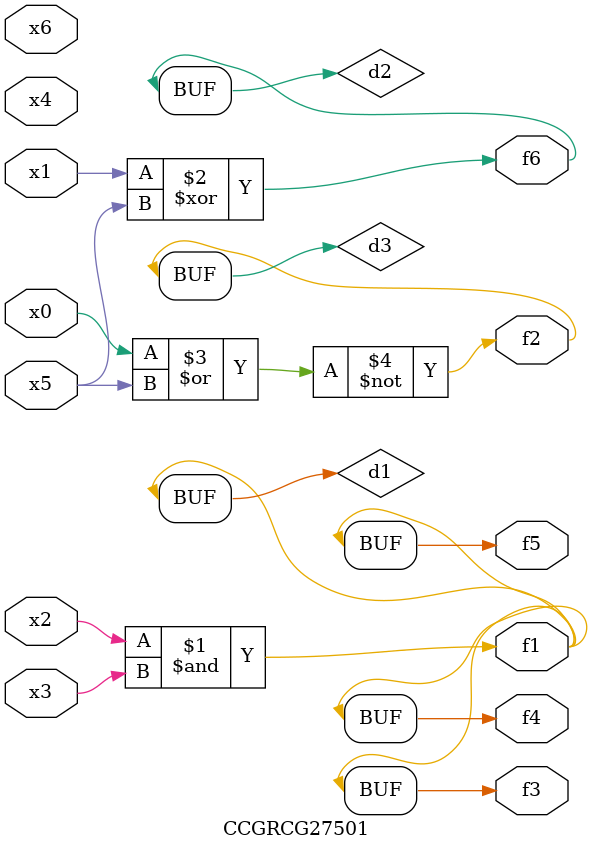
<source format=v>
module CCGRCG27501(
	input x0, x1, x2, x3, x4, x5, x6,
	output f1, f2, f3, f4, f5, f6
);

	wire d1, d2, d3;

	and (d1, x2, x3);
	xor (d2, x1, x5);
	nor (d3, x0, x5);
	assign f1 = d1;
	assign f2 = d3;
	assign f3 = d1;
	assign f4 = d1;
	assign f5 = d1;
	assign f6 = d2;
endmodule

</source>
